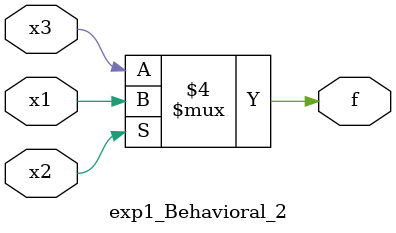
<source format=v>
module	exp1_Behavioral_2(x1,x2,x3,f);

input	x1,x2,x3;
output	reg	f;

always@(x1	or	x2	or	x3)

	if(x2==1)
	f=x1;
	else
	f=x3;

endmodule
</source>
